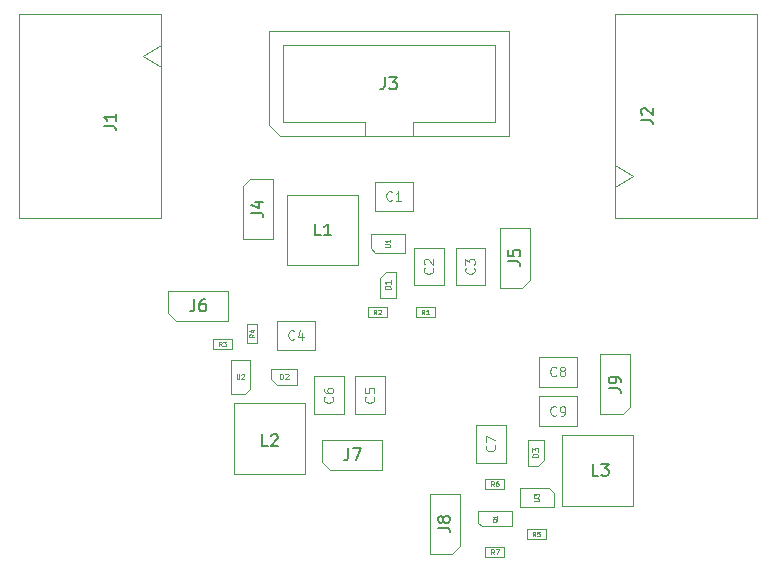
<source format=gbr>
%TF.GenerationSoftware,KiCad,Pcbnew,8.0.1*%
%TF.CreationDate,2024-07-21T18:07:33+02:00*%
%TF.ProjectId,byp,6279702e-6b69-4636-9164-5f7063625858,rev?*%
%TF.SameCoordinates,Original*%
%TF.FileFunction,AssemblyDrawing,Top*%
%FSLAX46Y46*%
G04 Gerber Fmt 4.6, Leading zero omitted, Abs format (unit mm)*
G04 Created by KiCad (PCBNEW 8.0.1) date 2024-07-21 18:07:33*
%MOMM*%
%LPD*%
G01*
G04 APERTURE LIST*
%ADD10C,0.150000*%
%ADD11C,0.120000*%
%ADD12C,0.060000*%
%ADD13C,0.075000*%
%ADD14C,0.050000*%
%ADD15C,0.100000*%
G04 APERTURE END LIST*
D10*
X94333333Y-69104819D02*
X93857143Y-69104819D01*
X93857143Y-69104819D02*
X93857143Y-68104819D01*
X95190476Y-69104819D02*
X94619048Y-69104819D01*
X94904762Y-69104819D02*
X94904762Y-68104819D01*
X94904762Y-68104819D02*
X94809524Y-68247676D01*
X94809524Y-68247676D02*
X94714286Y-68342914D01*
X94714286Y-68342914D02*
X94619048Y-68390533D01*
D11*
X107287664Y-71870832D02*
X107325760Y-71908928D01*
X107325760Y-71908928D02*
X107363855Y-72023213D01*
X107363855Y-72023213D02*
X107363855Y-72099404D01*
X107363855Y-72099404D02*
X107325760Y-72213690D01*
X107325760Y-72213690D02*
X107249569Y-72289880D01*
X107249569Y-72289880D02*
X107173379Y-72327975D01*
X107173379Y-72327975D02*
X107020998Y-72366071D01*
X107020998Y-72366071D02*
X106906712Y-72366071D01*
X106906712Y-72366071D02*
X106754331Y-72327975D01*
X106754331Y-72327975D02*
X106678140Y-72289880D01*
X106678140Y-72289880D02*
X106601950Y-72213690D01*
X106601950Y-72213690D02*
X106563855Y-72099404D01*
X106563855Y-72099404D02*
X106563855Y-72023213D01*
X106563855Y-72023213D02*
X106601950Y-71908928D01*
X106601950Y-71908928D02*
X106640045Y-71870832D01*
X106563855Y-71604166D02*
X106563855Y-71108928D01*
X106563855Y-71108928D02*
X106868617Y-71375594D01*
X106868617Y-71375594D02*
X106868617Y-71261309D01*
X106868617Y-71261309D02*
X106906712Y-71185118D01*
X106906712Y-71185118D02*
X106944807Y-71147023D01*
X106944807Y-71147023D02*
X107020998Y-71108928D01*
X107020998Y-71108928D02*
X107211474Y-71108928D01*
X107211474Y-71108928D02*
X107287664Y-71147023D01*
X107287664Y-71147023D02*
X107325760Y-71185118D01*
X107325760Y-71185118D02*
X107363855Y-71261309D01*
X107363855Y-71261309D02*
X107363855Y-71489880D01*
X107363855Y-71489880D02*
X107325760Y-71566071D01*
X107325760Y-71566071D02*
X107287664Y-71604166D01*
D12*
X88681927Y-77479166D02*
X88491451Y-77612499D01*
X88681927Y-77707737D02*
X88281927Y-77707737D01*
X88281927Y-77707737D02*
X88281927Y-77555356D01*
X88281927Y-77555356D02*
X88300975Y-77517261D01*
X88300975Y-77517261D02*
X88320022Y-77498214D01*
X88320022Y-77498214D02*
X88358118Y-77479166D01*
X88358118Y-77479166D02*
X88415260Y-77479166D01*
X88415260Y-77479166D02*
X88453356Y-77498214D01*
X88453356Y-77498214D02*
X88472403Y-77517261D01*
X88472403Y-77517261D02*
X88491451Y-77555356D01*
X88491451Y-77555356D02*
X88491451Y-77707737D01*
X88415260Y-77136309D02*
X88681927Y-77136309D01*
X88262880Y-77231547D02*
X88548594Y-77326785D01*
X88548594Y-77326785D02*
X88548594Y-77079166D01*
X85933333Y-78506927D02*
X85800000Y-78316451D01*
X85704762Y-78506927D02*
X85704762Y-78106927D01*
X85704762Y-78106927D02*
X85857143Y-78106927D01*
X85857143Y-78106927D02*
X85895238Y-78125975D01*
X85895238Y-78125975D02*
X85914285Y-78145022D01*
X85914285Y-78145022D02*
X85933333Y-78183118D01*
X85933333Y-78183118D02*
X85933333Y-78240260D01*
X85933333Y-78240260D02*
X85914285Y-78278356D01*
X85914285Y-78278356D02*
X85895238Y-78297403D01*
X85895238Y-78297403D02*
X85857143Y-78316451D01*
X85857143Y-78316451D02*
X85704762Y-78316451D01*
X86066666Y-78106927D02*
X86314285Y-78106927D01*
X86314285Y-78106927D02*
X86180952Y-78259308D01*
X86180952Y-78259308D02*
X86238095Y-78259308D01*
X86238095Y-78259308D02*
X86276190Y-78278356D01*
X86276190Y-78278356D02*
X86295238Y-78297403D01*
X86295238Y-78297403D02*
X86314285Y-78335499D01*
X86314285Y-78335499D02*
X86314285Y-78430737D01*
X86314285Y-78430737D02*
X86295238Y-78468832D01*
X86295238Y-78468832D02*
X86276190Y-78487880D01*
X86276190Y-78487880D02*
X86238095Y-78506927D01*
X86238095Y-78506927D02*
X86123809Y-78506927D01*
X86123809Y-78506927D02*
X86085714Y-78487880D01*
X86085714Y-78487880D02*
X86066666Y-78468832D01*
D10*
X83611666Y-74529819D02*
X83611666Y-75244104D01*
X83611666Y-75244104D02*
X83564047Y-75386961D01*
X83564047Y-75386961D02*
X83468809Y-75482200D01*
X83468809Y-75482200D02*
X83325952Y-75529819D01*
X83325952Y-75529819D02*
X83230714Y-75529819D01*
X84516428Y-74529819D02*
X84325952Y-74529819D01*
X84325952Y-74529819D02*
X84230714Y-74577438D01*
X84230714Y-74577438D02*
X84183095Y-74625057D01*
X84183095Y-74625057D02*
X84087857Y-74767914D01*
X84087857Y-74767914D02*
X84040238Y-74958390D01*
X84040238Y-74958390D02*
X84040238Y-75339342D01*
X84040238Y-75339342D02*
X84087857Y-75434580D01*
X84087857Y-75434580D02*
X84135476Y-75482200D01*
X84135476Y-75482200D02*
X84230714Y-75529819D01*
X84230714Y-75529819D02*
X84421190Y-75529819D01*
X84421190Y-75529819D02*
X84516428Y-75482200D01*
X84516428Y-75482200D02*
X84564047Y-75434580D01*
X84564047Y-75434580D02*
X84611666Y-75339342D01*
X84611666Y-75339342D02*
X84611666Y-75101247D01*
X84611666Y-75101247D02*
X84564047Y-75006009D01*
X84564047Y-75006009D02*
X84516428Y-74958390D01*
X84516428Y-74958390D02*
X84421190Y-74910771D01*
X84421190Y-74910771D02*
X84230714Y-74910771D01*
X84230714Y-74910771D02*
X84135476Y-74958390D01*
X84135476Y-74958390D02*
X84087857Y-75006009D01*
X84087857Y-75006009D02*
X84040238Y-75101247D01*
X110204819Y-71313333D02*
X110919104Y-71313333D01*
X110919104Y-71313333D02*
X111061961Y-71360952D01*
X111061961Y-71360952D02*
X111157200Y-71456190D01*
X111157200Y-71456190D02*
X111204819Y-71599047D01*
X111204819Y-71599047D02*
X111204819Y-71694285D01*
X110204819Y-70360952D02*
X110204819Y-70837142D01*
X110204819Y-70837142D02*
X110681009Y-70884761D01*
X110681009Y-70884761D02*
X110633390Y-70837142D01*
X110633390Y-70837142D02*
X110585771Y-70741904D01*
X110585771Y-70741904D02*
X110585771Y-70503809D01*
X110585771Y-70503809D02*
X110633390Y-70408571D01*
X110633390Y-70408571D02*
X110681009Y-70360952D01*
X110681009Y-70360952D02*
X110776247Y-70313333D01*
X110776247Y-70313333D02*
X111014342Y-70313333D01*
X111014342Y-70313333D02*
X111109580Y-70360952D01*
X111109580Y-70360952D02*
X111157200Y-70408571D01*
X111157200Y-70408571D02*
X111204819Y-70503809D01*
X111204819Y-70503809D02*
X111204819Y-70741904D01*
X111204819Y-70741904D02*
X111157200Y-70837142D01*
X111157200Y-70837142D02*
X111109580Y-70884761D01*
X117833333Y-89454819D02*
X117357143Y-89454819D01*
X117357143Y-89454819D02*
X117357143Y-88454819D01*
X118071429Y-88454819D02*
X118690476Y-88454819D01*
X118690476Y-88454819D02*
X118357143Y-88835771D01*
X118357143Y-88835771D02*
X118500000Y-88835771D01*
X118500000Y-88835771D02*
X118595238Y-88883390D01*
X118595238Y-88883390D02*
X118642857Y-88931009D01*
X118642857Y-88931009D02*
X118690476Y-89026247D01*
X118690476Y-89026247D02*
X118690476Y-89264342D01*
X118690476Y-89264342D02*
X118642857Y-89359580D01*
X118642857Y-89359580D02*
X118595238Y-89407200D01*
X118595238Y-89407200D02*
X118500000Y-89454819D01*
X118500000Y-89454819D02*
X118214286Y-89454819D01*
X118214286Y-89454819D02*
X118119048Y-89407200D01*
X118119048Y-89407200D02*
X118071429Y-89359580D01*
D12*
X99781927Y-70104761D02*
X100105737Y-70104761D01*
X100105737Y-70104761D02*
X100143832Y-70085714D01*
X100143832Y-70085714D02*
X100162880Y-70066666D01*
X100162880Y-70066666D02*
X100181927Y-70028571D01*
X100181927Y-70028571D02*
X100181927Y-69952380D01*
X100181927Y-69952380D02*
X100162880Y-69914285D01*
X100162880Y-69914285D02*
X100143832Y-69895238D01*
X100143832Y-69895238D02*
X100105737Y-69876190D01*
X100105737Y-69876190D02*
X99781927Y-69876190D01*
X100181927Y-69476190D02*
X100181927Y-69704761D01*
X100181927Y-69590475D02*
X99781927Y-69590475D01*
X99781927Y-69590475D02*
X99839070Y-69628571D01*
X99839070Y-69628571D02*
X99877165Y-69666666D01*
X99877165Y-69666666D02*
X99896213Y-69704761D01*
D10*
X88454819Y-67203333D02*
X89169104Y-67203333D01*
X89169104Y-67203333D02*
X89311961Y-67250952D01*
X89311961Y-67250952D02*
X89407200Y-67346190D01*
X89407200Y-67346190D02*
X89454819Y-67489047D01*
X89454819Y-67489047D02*
X89454819Y-67584285D01*
X88788152Y-66298571D02*
X89454819Y-66298571D01*
X88407200Y-66536666D02*
X89121485Y-66774761D01*
X89121485Y-66774761D02*
X89121485Y-66155714D01*
D12*
X99020833Y-75781927D02*
X98887500Y-75591451D01*
X98792262Y-75781927D02*
X98792262Y-75381927D01*
X98792262Y-75381927D02*
X98944643Y-75381927D01*
X98944643Y-75381927D02*
X98982738Y-75400975D01*
X98982738Y-75400975D02*
X99001785Y-75420022D01*
X99001785Y-75420022D02*
X99020833Y-75458118D01*
X99020833Y-75458118D02*
X99020833Y-75515260D01*
X99020833Y-75515260D02*
X99001785Y-75553356D01*
X99001785Y-75553356D02*
X98982738Y-75572403D01*
X98982738Y-75572403D02*
X98944643Y-75591451D01*
X98944643Y-75591451D02*
X98792262Y-75591451D01*
X99173214Y-75420022D02*
X99192262Y-75400975D01*
X99192262Y-75400975D02*
X99230357Y-75381927D01*
X99230357Y-75381927D02*
X99325595Y-75381927D01*
X99325595Y-75381927D02*
X99363690Y-75400975D01*
X99363690Y-75400975D02*
X99382738Y-75420022D01*
X99382738Y-75420022D02*
X99401785Y-75458118D01*
X99401785Y-75458118D02*
X99401785Y-75496213D01*
X99401785Y-75496213D02*
X99382738Y-75553356D01*
X99382738Y-75553356D02*
X99154166Y-75781927D01*
X99154166Y-75781927D02*
X99401785Y-75781927D01*
D13*
X100227409Y-73669047D02*
X99727409Y-73669047D01*
X99727409Y-73669047D02*
X99727409Y-73549999D01*
X99727409Y-73549999D02*
X99751219Y-73478571D01*
X99751219Y-73478571D02*
X99798838Y-73430952D01*
X99798838Y-73430952D02*
X99846457Y-73407142D01*
X99846457Y-73407142D02*
X99941695Y-73383333D01*
X99941695Y-73383333D02*
X100013123Y-73383333D01*
X100013123Y-73383333D02*
X100108361Y-73407142D01*
X100108361Y-73407142D02*
X100155980Y-73430952D01*
X100155980Y-73430952D02*
X100203600Y-73478571D01*
X100203600Y-73478571D02*
X100227409Y-73549999D01*
X100227409Y-73549999D02*
X100227409Y-73669047D01*
X100227409Y-72907142D02*
X100227409Y-73192856D01*
X100227409Y-73049999D02*
X99727409Y-73049999D01*
X99727409Y-73049999D02*
X99798838Y-73097618D01*
X99798838Y-73097618D02*
X99846457Y-73145237D01*
X99846457Y-73145237D02*
X99870266Y-73192856D01*
D11*
X95287664Y-82770832D02*
X95325760Y-82808928D01*
X95325760Y-82808928D02*
X95363855Y-82923213D01*
X95363855Y-82923213D02*
X95363855Y-82999404D01*
X95363855Y-82999404D02*
X95325760Y-83113690D01*
X95325760Y-83113690D02*
X95249569Y-83189880D01*
X95249569Y-83189880D02*
X95173379Y-83227975D01*
X95173379Y-83227975D02*
X95020998Y-83266071D01*
X95020998Y-83266071D02*
X94906712Y-83266071D01*
X94906712Y-83266071D02*
X94754331Y-83227975D01*
X94754331Y-83227975D02*
X94678140Y-83189880D01*
X94678140Y-83189880D02*
X94601950Y-83113690D01*
X94601950Y-83113690D02*
X94563855Y-82999404D01*
X94563855Y-82999404D02*
X94563855Y-82923213D01*
X94563855Y-82923213D02*
X94601950Y-82808928D01*
X94601950Y-82808928D02*
X94640045Y-82770832D01*
X94563855Y-82085118D02*
X94563855Y-82237499D01*
X94563855Y-82237499D02*
X94601950Y-82313690D01*
X94601950Y-82313690D02*
X94640045Y-82351785D01*
X94640045Y-82351785D02*
X94754331Y-82427975D01*
X94754331Y-82427975D02*
X94906712Y-82466071D01*
X94906712Y-82466071D02*
X95211474Y-82466071D01*
X95211474Y-82466071D02*
X95287664Y-82427975D01*
X95287664Y-82427975D02*
X95325760Y-82389880D01*
X95325760Y-82389880D02*
X95363855Y-82313690D01*
X95363855Y-82313690D02*
X95363855Y-82161309D01*
X95363855Y-82161309D02*
X95325760Y-82085118D01*
X95325760Y-82085118D02*
X95287664Y-82047023D01*
X95287664Y-82047023D02*
X95211474Y-82008928D01*
X95211474Y-82008928D02*
X95020998Y-82008928D01*
X95020998Y-82008928D02*
X94944807Y-82047023D01*
X94944807Y-82047023D02*
X94906712Y-82085118D01*
X94906712Y-82085118D02*
X94868617Y-82161309D01*
X94868617Y-82161309D02*
X94868617Y-82313690D01*
X94868617Y-82313690D02*
X94906712Y-82389880D01*
X94906712Y-82389880D02*
X94944807Y-82427975D01*
X94944807Y-82427975D02*
X95020998Y-82466071D01*
X103787664Y-71870832D02*
X103825760Y-71908928D01*
X103825760Y-71908928D02*
X103863855Y-72023213D01*
X103863855Y-72023213D02*
X103863855Y-72099404D01*
X103863855Y-72099404D02*
X103825760Y-72213690D01*
X103825760Y-72213690D02*
X103749569Y-72289880D01*
X103749569Y-72289880D02*
X103673379Y-72327975D01*
X103673379Y-72327975D02*
X103520998Y-72366071D01*
X103520998Y-72366071D02*
X103406712Y-72366071D01*
X103406712Y-72366071D02*
X103254331Y-72327975D01*
X103254331Y-72327975D02*
X103178140Y-72289880D01*
X103178140Y-72289880D02*
X103101950Y-72213690D01*
X103101950Y-72213690D02*
X103063855Y-72099404D01*
X103063855Y-72099404D02*
X103063855Y-72023213D01*
X103063855Y-72023213D02*
X103101950Y-71908928D01*
X103101950Y-71908928D02*
X103140045Y-71870832D01*
X103140045Y-71566071D02*
X103101950Y-71527975D01*
X103101950Y-71527975D02*
X103063855Y-71451785D01*
X103063855Y-71451785D02*
X103063855Y-71261309D01*
X103063855Y-71261309D02*
X103101950Y-71185118D01*
X103101950Y-71185118D02*
X103140045Y-71147023D01*
X103140045Y-71147023D02*
X103216236Y-71108928D01*
X103216236Y-71108928D02*
X103292426Y-71108928D01*
X103292426Y-71108928D02*
X103406712Y-71147023D01*
X103406712Y-71147023D02*
X103863855Y-71604166D01*
X103863855Y-71604166D02*
X103863855Y-71108928D01*
X100366667Y-66087664D02*
X100328571Y-66125760D01*
X100328571Y-66125760D02*
X100214286Y-66163855D01*
X100214286Y-66163855D02*
X100138095Y-66163855D01*
X100138095Y-66163855D02*
X100023809Y-66125760D01*
X100023809Y-66125760D02*
X99947619Y-66049569D01*
X99947619Y-66049569D02*
X99909524Y-65973379D01*
X99909524Y-65973379D02*
X99871428Y-65820998D01*
X99871428Y-65820998D02*
X99871428Y-65706712D01*
X99871428Y-65706712D02*
X99909524Y-65554331D01*
X99909524Y-65554331D02*
X99947619Y-65478140D01*
X99947619Y-65478140D02*
X100023809Y-65401950D01*
X100023809Y-65401950D02*
X100138095Y-65363855D01*
X100138095Y-65363855D02*
X100214286Y-65363855D01*
X100214286Y-65363855D02*
X100328571Y-65401950D01*
X100328571Y-65401950D02*
X100366667Y-65440045D01*
X101128571Y-66163855D02*
X100671428Y-66163855D01*
X100900000Y-66163855D02*
X100900000Y-65363855D01*
X100900000Y-65363855D02*
X100823809Y-65478140D01*
X100823809Y-65478140D02*
X100747619Y-65554331D01*
X100747619Y-65554331D02*
X100671428Y-65592426D01*
D12*
X112489610Y-94589866D02*
X112356277Y-94399390D01*
X112261039Y-94589866D02*
X112261039Y-94189866D01*
X112261039Y-94189866D02*
X112413420Y-94189866D01*
X112413420Y-94189866D02*
X112451515Y-94208914D01*
X112451515Y-94208914D02*
X112470562Y-94227961D01*
X112470562Y-94227961D02*
X112489610Y-94266057D01*
X112489610Y-94266057D02*
X112489610Y-94323199D01*
X112489610Y-94323199D02*
X112470562Y-94361295D01*
X112470562Y-94361295D02*
X112451515Y-94380342D01*
X112451515Y-94380342D02*
X112413420Y-94399390D01*
X112413420Y-94399390D02*
X112261039Y-94399390D01*
X112851515Y-94189866D02*
X112661039Y-94189866D01*
X112661039Y-94189866D02*
X112641991Y-94380342D01*
X112641991Y-94380342D02*
X112661039Y-94361295D01*
X112661039Y-94361295D02*
X112699134Y-94342247D01*
X112699134Y-94342247D02*
X112794372Y-94342247D01*
X112794372Y-94342247D02*
X112832467Y-94361295D01*
X112832467Y-94361295D02*
X112851515Y-94380342D01*
X112851515Y-94380342D02*
X112870562Y-94418438D01*
X112870562Y-94418438D02*
X112870562Y-94513676D01*
X112870562Y-94513676D02*
X112851515Y-94551771D01*
X112851515Y-94551771D02*
X112832467Y-94570819D01*
X112832467Y-94570819D02*
X112794372Y-94589866D01*
X112794372Y-94589866D02*
X112699134Y-94589866D01*
X112699134Y-94589866D02*
X112661039Y-94570819D01*
X112661039Y-94570819D02*
X112641991Y-94551771D01*
D10*
X75954819Y-59833333D02*
X76669104Y-59833333D01*
X76669104Y-59833333D02*
X76811961Y-59880952D01*
X76811961Y-59880952D02*
X76907200Y-59976190D01*
X76907200Y-59976190D02*
X76954819Y-60119047D01*
X76954819Y-60119047D02*
X76954819Y-60214285D01*
X76954819Y-58833333D02*
X76954819Y-59404761D01*
X76954819Y-59119047D02*
X75954819Y-59119047D01*
X75954819Y-59119047D02*
X76097676Y-59214285D01*
X76097676Y-59214285D02*
X76192914Y-59309523D01*
X76192914Y-59309523D02*
X76240533Y-59404761D01*
X99746666Y-55724819D02*
X99746666Y-56439104D01*
X99746666Y-56439104D02*
X99699047Y-56581961D01*
X99699047Y-56581961D02*
X99603809Y-56677200D01*
X99603809Y-56677200D02*
X99460952Y-56724819D01*
X99460952Y-56724819D02*
X99365714Y-56724819D01*
X100127619Y-55724819D02*
X100746666Y-55724819D01*
X100746666Y-55724819D02*
X100413333Y-56105771D01*
X100413333Y-56105771D02*
X100556190Y-56105771D01*
X100556190Y-56105771D02*
X100651428Y-56153390D01*
X100651428Y-56153390D02*
X100699047Y-56201009D01*
X100699047Y-56201009D02*
X100746666Y-56296247D01*
X100746666Y-56296247D02*
X100746666Y-56534342D01*
X100746666Y-56534342D02*
X100699047Y-56629580D01*
X100699047Y-56629580D02*
X100651428Y-56677200D01*
X100651428Y-56677200D02*
X100556190Y-56724819D01*
X100556190Y-56724819D02*
X100270476Y-56724819D01*
X100270476Y-56724819D02*
X100175238Y-56677200D01*
X100175238Y-56677200D02*
X100127619Y-56629580D01*
D12*
X108989610Y-96089866D02*
X108856277Y-95899390D01*
X108761039Y-96089866D02*
X108761039Y-95689866D01*
X108761039Y-95689866D02*
X108913420Y-95689866D01*
X108913420Y-95689866D02*
X108951515Y-95708914D01*
X108951515Y-95708914D02*
X108970562Y-95727961D01*
X108970562Y-95727961D02*
X108989610Y-95766057D01*
X108989610Y-95766057D02*
X108989610Y-95823199D01*
X108989610Y-95823199D02*
X108970562Y-95861295D01*
X108970562Y-95861295D02*
X108951515Y-95880342D01*
X108951515Y-95880342D02*
X108913420Y-95899390D01*
X108913420Y-95899390D02*
X108761039Y-95899390D01*
X109122943Y-95689866D02*
X109389610Y-95689866D01*
X109389610Y-95689866D02*
X109218181Y-96089866D01*
X108989610Y-90339866D02*
X108856277Y-90149390D01*
X108761039Y-90339866D02*
X108761039Y-89939866D01*
X108761039Y-89939866D02*
X108913420Y-89939866D01*
X108913420Y-89939866D02*
X108951515Y-89958914D01*
X108951515Y-89958914D02*
X108970562Y-89977961D01*
X108970562Y-89977961D02*
X108989610Y-90016057D01*
X108989610Y-90016057D02*
X108989610Y-90073199D01*
X108989610Y-90073199D02*
X108970562Y-90111295D01*
X108970562Y-90111295D02*
X108951515Y-90130342D01*
X108951515Y-90130342D02*
X108913420Y-90149390D01*
X108913420Y-90149390D02*
X108761039Y-90149390D01*
X109332467Y-89939866D02*
X109256277Y-89939866D01*
X109256277Y-89939866D02*
X109218181Y-89958914D01*
X109218181Y-89958914D02*
X109199134Y-89977961D01*
X109199134Y-89977961D02*
X109161039Y-90035104D01*
X109161039Y-90035104D02*
X109141991Y-90111295D01*
X109141991Y-90111295D02*
X109141991Y-90263676D01*
X109141991Y-90263676D02*
X109161039Y-90301771D01*
X109161039Y-90301771D02*
X109180086Y-90320819D01*
X109180086Y-90320819D02*
X109218181Y-90339866D01*
X109218181Y-90339866D02*
X109294372Y-90339866D01*
X109294372Y-90339866D02*
X109332467Y-90320819D01*
X109332467Y-90320819D02*
X109351515Y-90301771D01*
X109351515Y-90301771D02*
X109370562Y-90263676D01*
X109370562Y-90263676D02*
X109370562Y-90168438D01*
X109370562Y-90168438D02*
X109351515Y-90130342D01*
X109351515Y-90130342D02*
X109332467Y-90111295D01*
X109332467Y-90111295D02*
X109294372Y-90092247D01*
X109294372Y-90092247D02*
X109218181Y-90092247D01*
X109218181Y-90092247D02*
X109180086Y-90111295D01*
X109180086Y-90111295D02*
X109161039Y-90130342D01*
X109161039Y-90130342D02*
X109141991Y-90168438D01*
D10*
X89833333Y-86954819D02*
X89357143Y-86954819D01*
X89357143Y-86954819D02*
X89357143Y-85954819D01*
X90119048Y-86050057D02*
X90166667Y-86002438D01*
X90166667Y-86002438D02*
X90261905Y-85954819D01*
X90261905Y-85954819D02*
X90500000Y-85954819D01*
X90500000Y-85954819D02*
X90595238Y-86002438D01*
X90595238Y-86002438D02*
X90642857Y-86050057D01*
X90642857Y-86050057D02*
X90690476Y-86145295D01*
X90690476Y-86145295D02*
X90690476Y-86240533D01*
X90690476Y-86240533D02*
X90642857Y-86383390D01*
X90642857Y-86383390D02*
X90071429Y-86954819D01*
X90071429Y-86954819D02*
X90690476Y-86954819D01*
D13*
X90830952Y-81302409D02*
X90830952Y-80802409D01*
X90830952Y-80802409D02*
X90950000Y-80802409D01*
X90950000Y-80802409D02*
X91021428Y-80826219D01*
X91021428Y-80826219D02*
X91069047Y-80873838D01*
X91069047Y-80873838D02*
X91092857Y-80921457D01*
X91092857Y-80921457D02*
X91116666Y-81016695D01*
X91116666Y-81016695D02*
X91116666Y-81088123D01*
X91116666Y-81088123D02*
X91092857Y-81183361D01*
X91092857Y-81183361D02*
X91069047Y-81230980D01*
X91069047Y-81230980D02*
X91021428Y-81278600D01*
X91021428Y-81278600D02*
X90950000Y-81302409D01*
X90950000Y-81302409D02*
X90830952Y-81302409D01*
X91307143Y-80850028D02*
X91330952Y-80826219D01*
X91330952Y-80826219D02*
X91378571Y-80802409D01*
X91378571Y-80802409D02*
X91497619Y-80802409D01*
X91497619Y-80802409D02*
X91545238Y-80826219D01*
X91545238Y-80826219D02*
X91569047Y-80850028D01*
X91569047Y-80850028D02*
X91592857Y-80897647D01*
X91592857Y-80897647D02*
X91592857Y-80945266D01*
X91592857Y-80945266D02*
X91569047Y-81016695D01*
X91569047Y-81016695D02*
X91283333Y-81302409D01*
X91283333Y-81302409D02*
X91592857Y-81302409D01*
D11*
X114264405Y-84285408D02*
X114226309Y-84323504D01*
X114226309Y-84323504D02*
X114112024Y-84361599D01*
X114112024Y-84361599D02*
X114035833Y-84361599D01*
X114035833Y-84361599D02*
X113921547Y-84323504D01*
X113921547Y-84323504D02*
X113845357Y-84247313D01*
X113845357Y-84247313D02*
X113807262Y-84171123D01*
X113807262Y-84171123D02*
X113769166Y-84018742D01*
X113769166Y-84018742D02*
X113769166Y-83904456D01*
X113769166Y-83904456D02*
X113807262Y-83752075D01*
X113807262Y-83752075D02*
X113845357Y-83675884D01*
X113845357Y-83675884D02*
X113921547Y-83599694D01*
X113921547Y-83599694D02*
X114035833Y-83561599D01*
X114035833Y-83561599D02*
X114112024Y-83561599D01*
X114112024Y-83561599D02*
X114226309Y-83599694D01*
X114226309Y-83599694D02*
X114264405Y-83637789D01*
X114645357Y-84361599D02*
X114797738Y-84361599D01*
X114797738Y-84361599D02*
X114873928Y-84323504D01*
X114873928Y-84323504D02*
X114912024Y-84285408D01*
X114912024Y-84285408D02*
X114988214Y-84171123D01*
X114988214Y-84171123D02*
X115026309Y-84018742D01*
X115026309Y-84018742D02*
X115026309Y-83713980D01*
X115026309Y-83713980D02*
X114988214Y-83637789D01*
X114988214Y-83637789D02*
X114950119Y-83599694D01*
X114950119Y-83599694D02*
X114873928Y-83561599D01*
X114873928Y-83561599D02*
X114721547Y-83561599D01*
X114721547Y-83561599D02*
X114645357Y-83599694D01*
X114645357Y-83599694D02*
X114607262Y-83637789D01*
X114607262Y-83637789D02*
X114569166Y-83713980D01*
X114569166Y-83713980D02*
X114569166Y-83904456D01*
X114569166Y-83904456D02*
X114607262Y-83980646D01*
X114607262Y-83980646D02*
X114645357Y-84018742D01*
X114645357Y-84018742D02*
X114721547Y-84056837D01*
X114721547Y-84056837D02*
X114873928Y-84056837D01*
X114873928Y-84056837D02*
X114950119Y-84018742D01*
X114950119Y-84018742D02*
X114988214Y-83980646D01*
X114988214Y-83980646D02*
X115026309Y-83904456D01*
D10*
X118704819Y-82063333D02*
X119419104Y-82063333D01*
X119419104Y-82063333D02*
X119561961Y-82110952D01*
X119561961Y-82110952D02*
X119657200Y-82206190D01*
X119657200Y-82206190D02*
X119704819Y-82349047D01*
X119704819Y-82349047D02*
X119704819Y-82444285D01*
X119704819Y-81539523D02*
X119704819Y-81349047D01*
X119704819Y-81349047D02*
X119657200Y-81253809D01*
X119657200Y-81253809D02*
X119609580Y-81206190D01*
X119609580Y-81206190D02*
X119466723Y-81110952D01*
X119466723Y-81110952D02*
X119276247Y-81063333D01*
X119276247Y-81063333D02*
X118895295Y-81063333D01*
X118895295Y-81063333D02*
X118800057Y-81110952D01*
X118800057Y-81110952D02*
X118752438Y-81158571D01*
X118752438Y-81158571D02*
X118704819Y-81253809D01*
X118704819Y-81253809D02*
X118704819Y-81444285D01*
X118704819Y-81444285D02*
X118752438Y-81539523D01*
X118752438Y-81539523D02*
X118800057Y-81587142D01*
X118800057Y-81587142D02*
X118895295Y-81634761D01*
X118895295Y-81634761D02*
X119133390Y-81634761D01*
X119133390Y-81634761D02*
X119228628Y-81587142D01*
X119228628Y-81587142D02*
X119276247Y-81539523D01*
X119276247Y-81539523D02*
X119323866Y-81444285D01*
X119323866Y-81444285D02*
X119323866Y-81253809D01*
X119323866Y-81253809D02*
X119276247Y-81158571D01*
X119276247Y-81158571D02*
X119228628Y-81110952D01*
X119228628Y-81110952D02*
X119133390Y-81063333D01*
X96646666Y-87129819D02*
X96646666Y-87844104D01*
X96646666Y-87844104D02*
X96599047Y-87986961D01*
X96599047Y-87986961D02*
X96503809Y-88082200D01*
X96503809Y-88082200D02*
X96360952Y-88129819D01*
X96360952Y-88129819D02*
X96265714Y-88129819D01*
X97027619Y-87129819D02*
X97694285Y-87129819D01*
X97694285Y-87129819D02*
X97265714Y-88129819D01*
D11*
X98787664Y-82770832D02*
X98825760Y-82808928D01*
X98825760Y-82808928D02*
X98863855Y-82923213D01*
X98863855Y-82923213D02*
X98863855Y-82999404D01*
X98863855Y-82999404D02*
X98825760Y-83113690D01*
X98825760Y-83113690D02*
X98749569Y-83189880D01*
X98749569Y-83189880D02*
X98673379Y-83227975D01*
X98673379Y-83227975D02*
X98520998Y-83266071D01*
X98520998Y-83266071D02*
X98406712Y-83266071D01*
X98406712Y-83266071D02*
X98254331Y-83227975D01*
X98254331Y-83227975D02*
X98178140Y-83189880D01*
X98178140Y-83189880D02*
X98101950Y-83113690D01*
X98101950Y-83113690D02*
X98063855Y-82999404D01*
X98063855Y-82999404D02*
X98063855Y-82923213D01*
X98063855Y-82923213D02*
X98101950Y-82808928D01*
X98101950Y-82808928D02*
X98140045Y-82770832D01*
X98063855Y-82047023D02*
X98063855Y-82427975D01*
X98063855Y-82427975D02*
X98444807Y-82466071D01*
X98444807Y-82466071D02*
X98406712Y-82427975D01*
X98406712Y-82427975D02*
X98368617Y-82351785D01*
X98368617Y-82351785D02*
X98368617Y-82161309D01*
X98368617Y-82161309D02*
X98406712Y-82085118D01*
X98406712Y-82085118D02*
X98444807Y-82047023D01*
X98444807Y-82047023D02*
X98520998Y-82008928D01*
X98520998Y-82008928D02*
X98711474Y-82008928D01*
X98711474Y-82008928D02*
X98787664Y-82047023D01*
X98787664Y-82047023D02*
X98825760Y-82085118D01*
X98825760Y-82085118D02*
X98863855Y-82161309D01*
X98863855Y-82161309D02*
X98863855Y-82351785D01*
X98863855Y-82351785D02*
X98825760Y-82427975D01*
X98825760Y-82427975D02*
X98787664Y-82466071D01*
X109037664Y-86883332D02*
X109075760Y-86921428D01*
X109075760Y-86921428D02*
X109113855Y-87035713D01*
X109113855Y-87035713D02*
X109113855Y-87111904D01*
X109113855Y-87111904D02*
X109075760Y-87226190D01*
X109075760Y-87226190D02*
X108999569Y-87302380D01*
X108999569Y-87302380D02*
X108923379Y-87340475D01*
X108923379Y-87340475D02*
X108770998Y-87378571D01*
X108770998Y-87378571D02*
X108656712Y-87378571D01*
X108656712Y-87378571D02*
X108504331Y-87340475D01*
X108504331Y-87340475D02*
X108428140Y-87302380D01*
X108428140Y-87302380D02*
X108351950Y-87226190D01*
X108351950Y-87226190D02*
X108313855Y-87111904D01*
X108313855Y-87111904D02*
X108313855Y-87035713D01*
X108313855Y-87035713D02*
X108351950Y-86921428D01*
X108351950Y-86921428D02*
X108390045Y-86883332D01*
X108313855Y-86616666D02*
X108313855Y-86083332D01*
X108313855Y-86083332D02*
X109113855Y-86426190D01*
D12*
X112388204Y-91600200D02*
X112712014Y-91600200D01*
X112712014Y-91600200D02*
X112750109Y-91581153D01*
X112750109Y-91581153D02*
X112769157Y-91562105D01*
X112769157Y-91562105D02*
X112788204Y-91524010D01*
X112788204Y-91524010D02*
X112788204Y-91447819D01*
X112788204Y-91447819D02*
X112769157Y-91409724D01*
X112769157Y-91409724D02*
X112750109Y-91390677D01*
X112750109Y-91390677D02*
X112712014Y-91371629D01*
X112712014Y-91371629D02*
X112388204Y-91371629D01*
X112388204Y-91219248D02*
X112388204Y-90971629D01*
X112388204Y-90971629D02*
X112540585Y-91104962D01*
X112540585Y-91104962D02*
X112540585Y-91047819D01*
X112540585Y-91047819D02*
X112559633Y-91009724D01*
X112559633Y-91009724D02*
X112578680Y-90990676D01*
X112578680Y-90990676D02*
X112616776Y-90971629D01*
X112616776Y-90971629D02*
X112712014Y-90971629D01*
X112712014Y-90971629D02*
X112750109Y-90990676D01*
X112750109Y-90990676D02*
X112769157Y-91009724D01*
X112769157Y-91009724D02*
X112788204Y-91047819D01*
X112788204Y-91047819D02*
X112788204Y-91162105D01*
X112788204Y-91162105D02*
X112769157Y-91200200D01*
X112769157Y-91200200D02*
X112750109Y-91219248D01*
X103095833Y-75781927D02*
X102962500Y-75591451D01*
X102867262Y-75781927D02*
X102867262Y-75381927D01*
X102867262Y-75381927D02*
X103019643Y-75381927D01*
X103019643Y-75381927D02*
X103057738Y-75400975D01*
X103057738Y-75400975D02*
X103076785Y-75420022D01*
X103076785Y-75420022D02*
X103095833Y-75458118D01*
X103095833Y-75458118D02*
X103095833Y-75515260D01*
X103095833Y-75515260D02*
X103076785Y-75553356D01*
X103076785Y-75553356D02*
X103057738Y-75572403D01*
X103057738Y-75572403D02*
X103019643Y-75591451D01*
X103019643Y-75591451D02*
X102867262Y-75591451D01*
X103476785Y-75781927D02*
X103248214Y-75781927D01*
X103362500Y-75781927D02*
X103362500Y-75381927D01*
X103362500Y-75381927D02*
X103324404Y-75439070D01*
X103324404Y-75439070D02*
X103286309Y-75477165D01*
X103286309Y-75477165D02*
X103248214Y-75496213D01*
D11*
X114257028Y-80946224D02*
X114218932Y-80984320D01*
X114218932Y-80984320D02*
X114104647Y-81022415D01*
X114104647Y-81022415D02*
X114028456Y-81022415D01*
X114028456Y-81022415D02*
X113914170Y-80984320D01*
X113914170Y-80984320D02*
X113837980Y-80908129D01*
X113837980Y-80908129D02*
X113799885Y-80831939D01*
X113799885Y-80831939D02*
X113761789Y-80679558D01*
X113761789Y-80679558D02*
X113761789Y-80565272D01*
X113761789Y-80565272D02*
X113799885Y-80412891D01*
X113799885Y-80412891D02*
X113837980Y-80336700D01*
X113837980Y-80336700D02*
X113914170Y-80260510D01*
X113914170Y-80260510D02*
X114028456Y-80222415D01*
X114028456Y-80222415D02*
X114104647Y-80222415D01*
X114104647Y-80222415D02*
X114218932Y-80260510D01*
X114218932Y-80260510D02*
X114257028Y-80298605D01*
X114714170Y-80565272D02*
X114637980Y-80527177D01*
X114637980Y-80527177D02*
X114599885Y-80489081D01*
X114599885Y-80489081D02*
X114561789Y-80412891D01*
X114561789Y-80412891D02*
X114561789Y-80374796D01*
X114561789Y-80374796D02*
X114599885Y-80298605D01*
X114599885Y-80298605D02*
X114637980Y-80260510D01*
X114637980Y-80260510D02*
X114714170Y-80222415D01*
X114714170Y-80222415D02*
X114866551Y-80222415D01*
X114866551Y-80222415D02*
X114942742Y-80260510D01*
X114942742Y-80260510D02*
X114980837Y-80298605D01*
X114980837Y-80298605D02*
X115018932Y-80374796D01*
X115018932Y-80374796D02*
X115018932Y-80412891D01*
X115018932Y-80412891D02*
X114980837Y-80489081D01*
X114980837Y-80489081D02*
X114942742Y-80527177D01*
X114942742Y-80527177D02*
X114866551Y-80565272D01*
X114866551Y-80565272D02*
X114714170Y-80565272D01*
X114714170Y-80565272D02*
X114637980Y-80603367D01*
X114637980Y-80603367D02*
X114599885Y-80641462D01*
X114599885Y-80641462D02*
X114561789Y-80717653D01*
X114561789Y-80717653D02*
X114561789Y-80870034D01*
X114561789Y-80870034D02*
X114599885Y-80946224D01*
X114599885Y-80946224D02*
X114637980Y-80984320D01*
X114637980Y-80984320D02*
X114714170Y-81022415D01*
X114714170Y-81022415D02*
X114866551Y-81022415D01*
X114866551Y-81022415D02*
X114942742Y-80984320D01*
X114942742Y-80984320D02*
X114980837Y-80946224D01*
X114980837Y-80946224D02*
X115018932Y-80870034D01*
X115018932Y-80870034D02*
X115018932Y-80717653D01*
X115018932Y-80717653D02*
X114980837Y-80641462D01*
X114980837Y-80641462D02*
X114942742Y-80603367D01*
X114942742Y-80603367D02*
X114866551Y-80565272D01*
D10*
X104254819Y-93863333D02*
X104969104Y-93863333D01*
X104969104Y-93863333D02*
X105111961Y-93910952D01*
X105111961Y-93910952D02*
X105207200Y-94006190D01*
X105207200Y-94006190D02*
X105254819Y-94149047D01*
X105254819Y-94149047D02*
X105254819Y-94244285D01*
X104683390Y-93244285D02*
X104635771Y-93339523D01*
X104635771Y-93339523D02*
X104588152Y-93387142D01*
X104588152Y-93387142D02*
X104492914Y-93434761D01*
X104492914Y-93434761D02*
X104445295Y-93434761D01*
X104445295Y-93434761D02*
X104350057Y-93387142D01*
X104350057Y-93387142D02*
X104302438Y-93339523D01*
X104302438Y-93339523D02*
X104254819Y-93244285D01*
X104254819Y-93244285D02*
X104254819Y-93053809D01*
X104254819Y-93053809D02*
X104302438Y-92958571D01*
X104302438Y-92958571D02*
X104350057Y-92910952D01*
X104350057Y-92910952D02*
X104445295Y-92863333D01*
X104445295Y-92863333D02*
X104492914Y-92863333D01*
X104492914Y-92863333D02*
X104588152Y-92910952D01*
X104588152Y-92910952D02*
X104635771Y-92958571D01*
X104635771Y-92958571D02*
X104683390Y-93053809D01*
X104683390Y-93053809D02*
X104683390Y-93244285D01*
X104683390Y-93244285D02*
X104731009Y-93339523D01*
X104731009Y-93339523D02*
X104778628Y-93387142D01*
X104778628Y-93387142D02*
X104873866Y-93434761D01*
X104873866Y-93434761D02*
X105064342Y-93434761D01*
X105064342Y-93434761D02*
X105159580Y-93387142D01*
X105159580Y-93387142D02*
X105207200Y-93339523D01*
X105207200Y-93339523D02*
X105254819Y-93244285D01*
X105254819Y-93244285D02*
X105254819Y-93053809D01*
X105254819Y-93053809D02*
X105207200Y-92958571D01*
X105207200Y-92958571D02*
X105159580Y-92910952D01*
X105159580Y-92910952D02*
X105064342Y-92863333D01*
X105064342Y-92863333D02*
X104873866Y-92863333D01*
X104873866Y-92863333D02*
X104778628Y-92910952D01*
X104778628Y-92910952D02*
X104731009Y-92958571D01*
X104731009Y-92958571D02*
X104683390Y-93053809D01*
D13*
X112727409Y-87869047D02*
X112227409Y-87869047D01*
X112227409Y-87869047D02*
X112227409Y-87749999D01*
X112227409Y-87749999D02*
X112251219Y-87678571D01*
X112251219Y-87678571D02*
X112298838Y-87630952D01*
X112298838Y-87630952D02*
X112346457Y-87607142D01*
X112346457Y-87607142D02*
X112441695Y-87583333D01*
X112441695Y-87583333D02*
X112513123Y-87583333D01*
X112513123Y-87583333D02*
X112608361Y-87607142D01*
X112608361Y-87607142D02*
X112655980Y-87630952D01*
X112655980Y-87630952D02*
X112703600Y-87678571D01*
X112703600Y-87678571D02*
X112727409Y-87749999D01*
X112727409Y-87749999D02*
X112727409Y-87869047D01*
X112227409Y-87416666D02*
X112227409Y-87107142D01*
X112227409Y-87107142D02*
X112417885Y-87273809D01*
X112417885Y-87273809D02*
X112417885Y-87202380D01*
X112417885Y-87202380D02*
X112441695Y-87154761D01*
X112441695Y-87154761D02*
X112465504Y-87130952D01*
X112465504Y-87130952D02*
X112513123Y-87107142D01*
X112513123Y-87107142D02*
X112632171Y-87107142D01*
X112632171Y-87107142D02*
X112679790Y-87130952D01*
X112679790Y-87130952D02*
X112703600Y-87154761D01*
X112703600Y-87154761D02*
X112727409Y-87202380D01*
X112727409Y-87202380D02*
X112727409Y-87345237D01*
X112727409Y-87345237D02*
X112703600Y-87392856D01*
X112703600Y-87392856D02*
X112679790Y-87416666D01*
D10*
X121454819Y-59333333D02*
X122169104Y-59333333D01*
X122169104Y-59333333D02*
X122311961Y-59380952D01*
X122311961Y-59380952D02*
X122407200Y-59476190D01*
X122407200Y-59476190D02*
X122454819Y-59619047D01*
X122454819Y-59619047D02*
X122454819Y-59714285D01*
X121550057Y-58904761D02*
X121502438Y-58857142D01*
X121502438Y-58857142D02*
X121454819Y-58761904D01*
X121454819Y-58761904D02*
X121454819Y-58523809D01*
X121454819Y-58523809D02*
X121502438Y-58428571D01*
X121502438Y-58428571D02*
X121550057Y-58380952D01*
X121550057Y-58380952D02*
X121645295Y-58333333D01*
X121645295Y-58333333D02*
X121740533Y-58333333D01*
X121740533Y-58333333D02*
X121883390Y-58380952D01*
X121883390Y-58380952D02*
X122454819Y-58952380D01*
X122454819Y-58952380D02*
X122454819Y-58333333D01*
D12*
X87195238Y-80856927D02*
X87195238Y-81180737D01*
X87195238Y-81180737D02*
X87214285Y-81218832D01*
X87214285Y-81218832D02*
X87233333Y-81237880D01*
X87233333Y-81237880D02*
X87271428Y-81256927D01*
X87271428Y-81256927D02*
X87347619Y-81256927D01*
X87347619Y-81256927D02*
X87385714Y-81237880D01*
X87385714Y-81237880D02*
X87404761Y-81218832D01*
X87404761Y-81218832D02*
X87423809Y-81180737D01*
X87423809Y-81180737D02*
X87423809Y-80856927D01*
X87595238Y-80895022D02*
X87614286Y-80875975D01*
X87614286Y-80875975D02*
X87652381Y-80856927D01*
X87652381Y-80856927D02*
X87747619Y-80856927D01*
X87747619Y-80856927D02*
X87785714Y-80875975D01*
X87785714Y-80875975D02*
X87804762Y-80895022D01*
X87804762Y-80895022D02*
X87823809Y-80933118D01*
X87823809Y-80933118D02*
X87823809Y-80971213D01*
X87823809Y-80971213D02*
X87804762Y-81028356D01*
X87804762Y-81028356D02*
X87576190Y-81256927D01*
X87576190Y-81256927D02*
X87823809Y-81256927D01*
D14*
X109232191Y-93125915D02*
X109216953Y-93156391D01*
X109216953Y-93156391D02*
X109186477Y-93186867D01*
X109186477Y-93186867D02*
X109140762Y-93232581D01*
X109140762Y-93232581D02*
X109125524Y-93263058D01*
X109125524Y-93263058D02*
X109125524Y-93293534D01*
X109201715Y-93278296D02*
X109186477Y-93308772D01*
X109186477Y-93308772D02*
X109156000Y-93339248D01*
X109156000Y-93339248D02*
X109095048Y-93354486D01*
X109095048Y-93354486D02*
X108988381Y-93354486D01*
X108988381Y-93354486D02*
X108927429Y-93339248D01*
X108927429Y-93339248D02*
X108896953Y-93308772D01*
X108896953Y-93308772D02*
X108881715Y-93278296D01*
X108881715Y-93278296D02*
X108881715Y-93217343D01*
X108881715Y-93217343D02*
X108896953Y-93186867D01*
X108896953Y-93186867D02*
X108927429Y-93156391D01*
X108927429Y-93156391D02*
X108988381Y-93141153D01*
X108988381Y-93141153D02*
X109095048Y-93141153D01*
X109095048Y-93141153D02*
X109156000Y-93156391D01*
X109156000Y-93156391D02*
X109186477Y-93186867D01*
X109186477Y-93186867D02*
X109201715Y-93217343D01*
X109201715Y-93217343D02*
X109201715Y-93278296D01*
X109201715Y-92836391D02*
X109201715Y-93019248D01*
X109201715Y-92927820D02*
X108881715Y-92927820D01*
X108881715Y-92927820D02*
X108927429Y-92958296D01*
X108927429Y-92958296D02*
X108957905Y-92988772D01*
X108957905Y-92988772D02*
X108973143Y-93019248D01*
D11*
X92066667Y-77862664D02*
X92028571Y-77900760D01*
X92028571Y-77900760D02*
X91914286Y-77938855D01*
X91914286Y-77938855D02*
X91838095Y-77938855D01*
X91838095Y-77938855D02*
X91723809Y-77900760D01*
X91723809Y-77900760D02*
X91647619Y-77824569D01*
X91647619Y-77824569D02*
X91609524Y-77748379D01*
X91609524Y-77748379D02*
X91571428Y-77595998D01*
X91571428Y-77595998D02*
X91571428Y-77481712D01*
X91571428Y-77481712D02*
X91609524Y-77329331D01*
X91609524Y-77329331D02*
X91647619Y-77253140D01*
X91647619Y-77253140D02*
X91723809Y-77176950D01*
X91723809Y-77176950D02*
X91838095Y-77138855D01*
X91838095Y-77138855D02*
X91914286Y-77138855D01*
X91914286Y-77138855D02*
X92028571Y-77176950D01*
X92028571Y-77176950D02*
X92066667Y-77215045D01*
X92752381Y-77405521D02*
X92752381Y-77938855D01*
X92561905Y-77100760D02*
X92371428Y-77672188D01*
X92371428Y-77672188D02*
X92866667Y-77672188D01*
%TO.C,L1*%
D15*
X97500000Y-65650000D02*
X91500000Y-65650000D01*
X91500000Y-71650000D01*
X97500000Y-71650000D01*
X97500000Y-65650000D01*
%TO.C,C3*%
X105750000Y-70137500D02*
X108250000Y-70137500D01*
X105750000Y-73337500D02*
X105750000Y-70137500D01*
X108250000Y-70137500D02*
X108250000Y-73337500D01*
X108250000Y-73337500D02*
X105750000Y-73337500D01*
%TO.C,R4*%
X88087500Y-76612500D02*
X88912500Y-76612500D01*
X88087500Y-78212500D02*
X88087500Y-76612500D01*
X88912500Y-76612500D02*
X88912500Y-78212500D01*
X88912500Y-78212500D02*
X88087500Y-78212500D01*
%TO.C,R3*%
X85200000Y-77912500D02*
X86800000Y-77912500D01*
X85200000Y-78737500D02*
X85200000Y-77912500D01*
X86800000Y-77912500D02*
X86800000Y-78737500D01*
X86800000Y-78737500D02*
X85200000Y-78737500D01*
%TO.C,J6*%
X81405000Y-73805000D02*
X86485000Y-73805000D01*
X81405000Y-75710000D02*
X81405000Y-73805000D01*
X82040000Y-76345000D02*
X81405000Y-75710000D01*
X86485000Y-73805000D02*
X86485000Y-76345000D01*
X86485000Y-76345000D02*
X82040000Y-76345000D01*
%TO.C,J5*%
X109480000Y-68440000D02*
X112020000Y-68440000D01*
X109480000Y-73520000D02*
X109480000Y-68440000D01*
X111385000Y-73520000D02*
X109480000Y-73520000D01*
X112020000Y-68440000D02*
X112020000Y-72885000D01*
X112020000Y-72885000D02*
X111385000Y-73520000D01*
%TO.C,L3*%
X114750000Y-92000000D02*
X120750000Y-92000000D01*
X120750000Y-86000000D01*
X114750000Y-86000000D01*
X114750000Y-92000000D01*
%TO.C,U1*%
X98550000Y-69000000D02*
X101450000Y-69000000D01*
X98550000Y-70200000D02*
X98550000Y-69000000D01*
X98950000Y-70600000D02*
X98550000Y-70200000D01*
X101450000Y-69000000D02*
X101450000Y-70600000D01*
X101450000Y-70600000D02*
X98950000Y-70600000D01*
%TO.C,J4*%
X87730000Y-64965000D02*
X88365000Y-64330000D01*
X87730000Y-69410000D02*
X87730000Y-64965000D01*
X88365000Y-64330000D02*
X90270000Y-64330000D01*
X90270000Y-64330000D02*
X90270000Y-69410000D01*
X90270000Y-69410000D02*
X87730000Y-69410000D01*
%TO.C,R2*%
X98287500Y-75187500D02*
X99887500Y-75187500D01*
X98287500Y-76012500D02*
X98287500Y-75187500D01*
X99887500Y-75187500D02*
X99887500Y-76012500D01*
X99887500Y-76012500D02*
X98287500Y-76012500D01*
%TO.C,D1*%
X99320000Y-72700000D02*
X99320000Y-74400000D01*
X99820000Y-72200000D02*
X99320000Y-72700000D01*
X100670000Y-72200000D02*
X99820000Y-72200000D01*
X100670000Y-72200000D02*
X100670000Y-74400000D01*
X100670000Y-74400000D02*
X99320000Y-74400000D01*
%TO.C,C6*%
X93750000Y-81037500D02*
X96250000Y-81037500D01*
X93750000Y-84237500D02*
X93750000Y-81037500D01*
X96250000Y-81037500D02*
X96250000Y-84237500D01*
X96250000Y-84237500D02*
X93750000Y-84237500D01*
%TO.C,C2*%
X102250000Y-70137500D02*
X104750000Y-70137500D01*
X102250000Y-73337500D02*
X102250000Y-70137500D01*
X104750000Y-70137500D02*
X104750000Y-73337500D01*
X104750000Y-73337500D02*
X102250000Y-73337500D01*
%TO.C,C1*%
X98900000Y-64550000D02*
X102100000Y-64550000D01*
X98900000Y-67050000D02*
X98900000Y-64550000D01*
X102100000Y-64550000D02*
X102100000Y-67050000D01*
X102100000Y-67050000D02*
X98900000Y-67050000D01*
%TO.C,R5*%
X111756277Y-93995439D02*
X113356277Y-93995439D01*
X111756277Y-94820439D02*
X111756277Y-93995439D01*
X113356277Y-93995439D02*
X113356277Y-94820439D01*
X113356277Y-94820439D02*
X111756277Y-94820439D01*
%TO.C,J1*%
X68777500Y-50380000D02*
X68777500Y-67620000D01*
X68777500Y-67620000D02*
X80777500Y-67620000D01*
X79277500Y-53920000D02*
X80777500Y-52970000D01*
X80777500Y-50380000D02*
X68777500Y-50380000D01*
X80777500Y-54870000D02*
X79277500Y-53920000D01*
X80777500Y-67620000D02*
X80777500Y-50380000D01*
%TO.C,J3*%
X89900000Y-51820000D02*
X110260000Y-51820000D01*
X89900000Y-59720000D02*
X89900000Y-51820000D01*
X90900000Y-60720000D02*
X89900000Y-59720000D01*
X91090000Y-53020000D02*
X109070000Y-53020000D01*
X91090000Y-59520000D02*
X91090000Y-53020000D01*
X98030000Y-59520000D02*
X91090000Y-59520000D01*
X98030000Y-60720000D02*
X98030000Y-59520000D01*
X102130000Y-59520000D02*
X102130000Y-59520000D01*
X102130000Y-59520000D02*
X102130000Y-60720000D01*
X109070000Y-53020000D02*
X109070000Y-59520000D01*
X109070000Y-59520000D02*
X102130000Y-59520000D01*
X110260000Y-51820000D02*
X110260000Y-60720000D01*
X110260000Y-60720000D02*
X90900000Y-60720000D01*
%TO.C,R7*%
X108256277Y-95495439D02*
X109856277Y-95495439D01*
X108256277Y-96320439D02*
X108256277Y-95495439D01*
X109856277Y-95495439D02*
X109856277Y-96320439D01*
X109856277Y-96320439D02*
X108256277Y-96320439D01*
%TO.C,R6*%
X108256277Y-89745439D02*
X109856277Y-89745439D01*
X108256277Y-90570439D02*
X108256277Y-89745439D01*
X109856277Y-89745439D02*
X109856277Y-90570439D01*
X109856277Y-90570439D02*
X108256277Y-90570439D01*
%TO.C,L2*%
X87000000Y-83325000D02*
X93000000Y-83325000D01*
X93000000Y-89325000D01*
X87000000Y-89325000D01*
X87000000Y-83325000D01*
%TO.C,D2*%
X90100000Y-80405000D02*
X90100000Y-81255000D01*
X90100000Y-80405000D02*
X92300000Y-80405000D01*
X90100000Y-81255000D02*
X90600000Y-81755000D01*
X90600000Y-81755000D02*
X92300000Y-81755000D01*
X92300000Y-80405000D02*
X92300000Y-81755000D01*
%TO.C,C9*%
X112797738Y-82747744D02*
X115997738Y-82747744D01*
X112797738Y-85247744D02*
X112797738Y-82747744D01*
X115997738Y-82747744D02*
X115997738Y-85247744D01*
X115997738Y-85247744D02*
X112797738Y-85247744D01*
%TO.C,J9*%
X117980000Y-79190000D02*
X120520000Y-79190000D01*
X117980000Y-84270000D02*
X117980000Y-79190000D01*
X119885000Y-84270000D02*
X117980000Y-84270000D01*
X120520000Y-79190000D02*
X120520000Y-83635000D01*
X120520000Y-83635000D02*
X119885000Y-84270000D01*
%TO.C,J7*%
X94440000Y-86405000D02*
X99520000Y-86405000D01*
X94440000Y-88310000D02*
X94440000Y-86405000D01*
X95075000Y-88945000D02*
X94440000Y-88310000D01*
X99520000Y-86405000D02*
X99520000Y-88945000D01*
X99520000Y-88945000D02*
X95075000Y-88945000D01*
%TO.C,C5*%
X97250000Y-81037500D02*
X99750000Y-81037500D01*
X97250000Y-84237500D02*
X97250000Y-81037500D01*
X99750000Y-81037500D02*
X99750000Y-84237500D01*
X99750000Y-84237500D02*
X97250000Y-84237500D01*
%TO.C,C7*%
X107500000Y-85150000D02*
X110000000Y-85150000D01*
X107500000Y-88350000D02*
X107500000Y-85150000D01*
X110000000Y-85150000D02*
X110000000Y-88350000D01*
X110000000Y-88350000D02*
X107500000Y-88350000D01*
%TO.C,U3*%
X111156277Y-90495439D02*
X113656277Y-90495439D01*
X111156277Y-92095439D02*
X111156277Y-90495439D01*
X113656277Y-90495439D02*
X114056277Y-90895439D01*
X114056277Y-90895439D02*
X114056277Y-92095439D01*
X114056277Y-92095439D02*
X111156277Y-92095439D01*
%TO.C,R1*%
X102362500Y-75187500D02*
X103962500Y-75187500D01*
X102362500Y-76012500D02*
X102362500Y-75187500D01*
X103962500Y-75187500D02*
X103962500Y-76012500D01*
X103962500Y-76012500D02*
X102362500Y-76012500D01*
%TO.C,C8*%
X112790361Y-79408560D02*
X115990361Y-79408560D01*
X112790361Y-81908560D02*
X112790361Y-79408560D01*
X115990361Y-79408560D02*
X115990361Y-81908560D01*
X115990361Y-81908560D02*
X112790361Y-81908560D01*
%TO.C,J8*%
X103530000Y-90990000D02*
X106070000Y-90990000D01*
X103530000Y-96070000D02*
X103530000Y-90990000D01*
X105435000Y-96070000D02*
X103530000Y-96070000D01*
X106070000Y-90990000D02*
X106070000Y-95435000D01*
X106070000Y-95435000D02*
X105435000Y-96070000D01*
%TO.C,D3*%
X111830000Y-86400000D02*
X113180000Y-86400000D01*
X111830000Y-88600000D02*
X111830000Y-86400000D01*
X111830000Y-88600000D02*
X112680000Y-88600000D01*
X112680000Y-88600000D02*
X113180000Y-88100000D01*
X113180000Y-88100000D02*
X113180000Y-86400000D01*
%TO.C,J2*%
X119222500Y-50380000D02*
X119222500Y-67620000D01*
X119222500Y-63130000D02*
X120722500Y-64080000D01*
X119222500Y-67620000D02*
X131222500Y-67620000D01*
X120722500Y-64080000D02*
X119222500Y-65030000D01*
X131222500Y-50380000D02*
X119222500Y-50380000D01*
X131222500Y-67620000D02*
X131222500Y-50380000D01*
%TO.C,U2*%
X86700000Y-79625000D02*
X88300000Y-79625000D01*
X86700000Y-82525000D02*
X86700000Y-79625000D01*
X87900000Y-82525000D02*
X86700000Y-82525000D01*
X88300000Y-79625000D02*
X88300000Y-82125000D01*
X88300000Y-82125000D02*
X87900000Y-82525000D01*
%TO.C,Q1*%
X107606277Y-92445439D02*
X110506277Y-92445439D01*
X107606277Y-93420439D02*
X107606277Y-92445439D01*
X107931277Y-93745439D02*
X107606277Y-93420439D01*
X110506277Y-92445439D02*
X110506277Y-93745439D01*
X110506277Y-93745439D02*
X107931277Y-93745439D01*
%TO.C,C4*%
X90600000Y-76325000D02*
X93800000Y-76325000D01*
X90600000Y-78825000D02*
X90600000Y-76325000D01*
X93800000Y-76325000D02*
X93800000Y-78825000D01*
X93800000Y-78825000D02*
X90600000Y-78825000D01*
%TD*%
M02*

</source>
